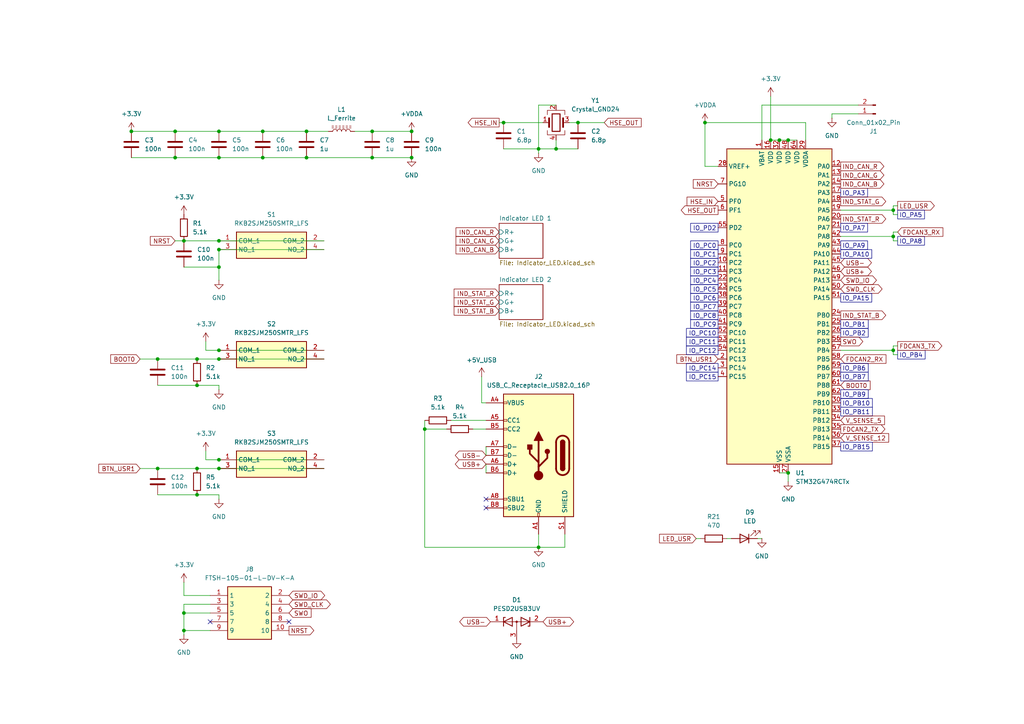
<source format=kicad_sch>
(kicad_sch (version 20250114) (generator "eeschema") (generator_version "9.0")
  (paper "A4")
  (lib_symbols
    (symbol "Connector:Conn_01x02_Pin" (pin_names (offset 1.016) (hide yes))
      (property "Reference" "J" (at 0 2.54 0))
      (property "Value" "Conn_01x02_Pin" (at 0 -5.08 0))
      (symbol "Conn_01x02_Pin_1_1"
        (rectangle (start 0.8636 0.127) (end 0 -0.127) (stroke (width 0.1524)) (fill (type outline)))
        (rectangle (start 0.8636 -2.413) (end 0 -2.667) (stroke (width 0.1524)) (fill (type outline)))
        (polyline (pts (xy 1.27 0) (xy 0.8636 0)) (stroke (width 0.1524)))
        (polyline (pts (xy 1.27 -2.54) (xy 0.8636 -2.54)) (stroke (width 0.1524)))
        (pin passive line (at 5.08 0 180) (length 3.81) (name "Pin_1") (number "1"))
        (pin passive line (at 5.08 -2.54 180) (length 3.81) (name "Pin_2") (number "2"))
      )
    )
    (symbol "Connector:USB_C_Receptacle_USB2.0_16P" (pin_names (offset 1.016))
      (property "Reference" "J" (at 0 22.225 0))
      (property "Value" "USB_C_Receptacle_USB2.0_16P" (at 0 19.685 0))
      (symbol "USB_C_Receptacle_USB2.0_16P_0_0"
        (rectangle (start -0.254 -17.78) (end 0.254 -16.764))
        (rectangle (start 10.16 15.494) (end 9.144 14.986))
        (rectangle (start 10.16 10.414) (end 9.144 9.906))
        (rectangle (start 10.16 7.874) (end 9.144 7.366))
        (rectangle (start 10.16 2.794) (end 9.144 2.286))
        (rectangle (start 10.16 0.254) (end 9.144 -0.254))
        (rectangle (start 10.16 -2.286) (end 9.144 -2.794))
        (rectangle (start 10.16 -4.826) (end 9.144 -5.334))
        (rectangle (start 10.16 -12.446) (end 9.144 -12.954))
        (rectangle (start 10.16 -14.986) (end 9.144 -15.494))
      )
      (symbol "USB_C_Receptacle_USB2.0_16P_0_1"
        (rectangle (start -10.16 17.78) (end 10.16 -17.78) (stroke (width 0.254)) (fill (type background)))
        (polyline (pts (xy -8.89 -3.81) (xy -8.89 3.81)) (stroke (width 0.508)))
        (rectangle (start -7.62 -3.81) (end -6.35 3.81) (stroke (width 0.254)) (fill (type outline)))
        (arc (start -7.62 3.81) (mid -6.985 4.4423) (end -6.35 3.81) (stroke (width 0.254)))
        (arc (start -7.62 3.81) (mid -6.985 4.4423) (end -6.35 3.81) (stroke (width 0.254)) (fill (type outline)))
        (arc (start -8.89 3.81) (mid -6.985 5.7067) (end -5.08 3.81) (stroke (width 0.508)))
        (arc (start -5.08 -3.81) (mid -6.985 -5.7067) (end -8.89 -3.81) (stroke (width 0.508)))
        (arc (start -6.35 -3.81) (mid -6.985 -4.4423) (end -7.62 -3.81) (stroke (width 0.254)))
        (arc (start -6.35 -3.81) (mid -6.985 -4.4423) (end -7.62 -3.81) (stroke (width 0.254)) (fill (type outline)))
        (polyline (pts (xy -5.08 3.81) (xy -5.08 -3.81)) (stroke (width 0.508)))
        (circle (center -2.54 1.143) (radius 0.635) (stroke (width 0.254)) (fill (type outline)))
        (polyline (pts (xy -1.27 4.318) (xy 0 6.858) (xy 1.27 4.318) (xy -1.27 4.318)) (stroke (width 0.254)) (fill (type outline)))
        (polyline (pts (xy 0 -2.032) (xy 2.54 0.508) (xy 2.54 1.778)) (stroke (width 0.508)))
        (polyline (pts (xy 0 -3.302) (xy -2.54 -0.762) (xy -2.54 0.508)) (stroke (width 0.508)))
        (polyline (pts (xy 0 -5.842) (xy 0 4.318)) (stroke (width 0.508)))
        (circle (center 0 -5.842) (radius 1.27) (fill (type outline)))
        (rectangle (start 1.905 1.778) (end 3.175 3.048) (stroke (width 0.254)) (fill (type outline)))
      )
      (symbol "USB_C_Receptacle_USB2.0_16P_1_1"
        (pin passive line (at -7.62 -22.86 90) (length 5.08) (name "SHIELD") (number "S1"))
        (pin passive line (at 0 -22.86 90) (length 5.08) (name "GND") (number "A1"))
        (pin passive line (at 0 -22.86 90) (length 5.08) (hide yes) (name "GND") (number "A12"))
        (pin passive line (at 0 -22.86 90) (length 5.08) (hide yes) (name "GND") (number "B1"))
        (pin passive line (at 0 -22.86 90) (length 5.08) (hide yes) (name "GND") (number "B12"))
        (pin passive line (at 15.24 15.24 180) (length 5.08) (name "VBUS") (number "A4"))
        (pin passive line (at 15.24 15.24 180) (length 5.08) (hide yes) (name "VBUS") (number "A9"))
        (pin passive line (at 15.24 15.24 180) (length 5.08) (hide yes) (name "VBUS") (number "B4"))
        (pin passive line (at 15.24 15.24 180) (length 5.08) (hide yes) (name "VBUS") (number "B9"))
        (pin bidirectional line (at 15.24 10.16 180) (length 5.08) (name "CC1") (number "A5"))
        (pin bidirectional line (at 15.24 7.62 180) (length 5.08) (name "CC2") (number "B5"))
        (pin bidirectional line (at 15.24 2.54 180) (length 5.08) (name "D-") (number "A7"))
        (pin bidirectional line (at 15.24 0 180) (length 5.08) (name "D-") (number "B7"))
        (pin bidirectional line (at 15.24 -2.54 180) (length 5.08) (name "D+") (number "A6"))
        (pin bidirectional line (at 15.24 -5.08 180) (length 5.08) (name "D+") (number "B6"))
        (pin bidirectional line (at 15.24 -12.7 180) (length 5.08) (name "SBU1") (number "A8"))
        (pin bidirectional line (at 15.24 -15.24 180) (length 5.08) (name "SBU2") (number "B8"))
      )
    )
    (symbol "Device:C" (pin_numbers (hide yes)) (pin_names (offset 0.254))
      (property "Reference" "C" (at 0.635 2.54 0))
      (property "Value" "C" (at 0.635 -2.54 0))
      (symbol "C_0_1"
        (polyline (pts (xy -2.032 0.762) (xy 2.032 0.762)) (stroke (width 0.508)))
        (polyline (pts (xy -2.032 -0.762) (xy 2.032 -0.762)) (stroke (width 0.508)))
      )
      (symbol "C_1_1"
        (pin passive line (at 0 3.81 270) (length 2.794) (name "~") (number "1"))
        (pin passive line (at 0 -3.81 90) (length 2.794) (name "~") (number "2"))
      )
    )
    (symbol "Device:Crystal_GND24" (pin_names (offset 1.016) (hide yes))
      (property "Reference" "Y" (at 3.175 5.08 0))
      (property "Value" "Crystal_GND24" (at 3.175 3.175 0))
      (symbol "Crystal_GND24_0_1"
        (polyline (pts (xy -2.54 2.286) (xy -2.54 3.556) (xy 2.54 3.556) (xy 2.54 2.286)))
        (polyline (pts (xy -2.54 0) (xy -2.032 0)))
        (polyline (pts (xy -2.54 -2.286) (xy -2.54 -3.556) (xy 2.54 -3.556) (xy 2.54 -2.286)))
        (polyline (pts (xy -2.032 -1.27) (xy -2.032 1.27)) (stroke (width 0.508)))
        (rectangle (start -1.143 2.54) (end 1.143 -2.54) (stroke (width 0.3048)))
        (polyline (pts (xy 0 3.556) (xy 0 3.81)))
        (polyline (pts (xy 0 -3.81) (xy 0 -3.556)))
        (polyline (pts (xy 2.032 0) (xy 2.54 0)))
        (polyline (pts (xy 2.032 -1.27) (xy 2.032 1.27)) (stroke (width 0.508)))
      )
      (symbol "Crystal_GND24_1_1"
        (pin passive line (at -3.81 0 0) (length 1.27) (name "1") (number "1"))
        (pin passive line (at 0 5.08 270) (length 1.27) (name "2") (number "2"))
        (pin passive line (at 0 -5.08 90) (length 1.27) (name "4") (number "4"))
        (pin passive line (at 3.81 0 180) (length 1.27) (name "3") (number "3"))
      )
    )
    (symbol "Device:D_Zener_Dual_CommonAnode_KKA" (pin_names (offset 0.762) (hide yes))
      (property "Reference" "D" (at 1.27 -2.54 0))
      (property "Value" "D_Zener_Dual_CommonAnode_KKA" (at 0 2.54 0))
      (symbol "D_Zener_Dual_CommonAnode_KKA_0_1"
        (polyline (pts (xy -3.81 -1.27) (xy -3.81 1.27) (xy -3.302 1.27)) (stroke (width 0.254)))
        (polyline (pts (xy -3.556 0) (xy 3.81 0)))
        (polyline (pts (xy -1.27 -1.27) (xy -3.81 0) (xy -1.27 1.27) (xy -1.27 -1.27) (xy -1.27 -1.27) (xy -1.27 -1.27)) (stroke (width 0.254)))
        (polyline (pts (xy 0 0) (xy 0 -2.54)))
        (circle (center 0 0) (radius 0.254) (fill (type outline)))
        (polyline (pts (xy 1.27 1.27) (xy 3.81 0) (xy 1.27 -1.27) (xy 1.27 1.27) (xy 1.27 1.27) (xy 1.27 1.27)) (stroke (width 0.254)))
        (polyline (pts (xy 3.302 -1.27) (xy 3.81 -1.27) (xy 3.81 1.27)) (stroke (width 0.254)))
        (pin passive line (at -7.62 0 0) (length 3.81) (name "K") (number "1"))
        (pin passive line (at 0 -5.08 90) (length 2.54) (name "A") (number "3"))
        (pin passive line (at 7.62 0 180) (length 3.81) (name "K") (number "2"))
      )
    )
    (symbol "Device:LED" (pin_numbers (hide yes)) (pin_names (offset 1.016) (hide yes))
      (property "Reference" "D" (at 0 2.54 0))
      (property "Value" "LED" (at 0 -2.54 0))
      (symbol "LED_0_1"
        (polyline (pts (xy -3.048 -0.762) (xy -4.572 -2.286) (xy -3.81 -2.286) (xy -4.572 -2.286) (xy -4.572 -1.524)))
        (polyline (pts (xy -1.778 -0.762) (xy -3.302 -2.286) (xy -2.54 -2.286) (xy -3.302 -2.286) (xy -3.302 -1.524)))
        (polyline (pts (xy -1.27 0) (xy 1.27 0)))
        (polyline (pts (xy -1.27 -1.27) (xy -1.27 1.27)) (stroke (width 0.254)))
        (polyline (pts (xy 1.27 -1.27) (xy 1.27 1.27) (xy -1.27 0) (xy 1.27 -1.27)) (stroke (width 0.254)))
      )
      (symbol "LED_1_1"
        (pin passive line (at -3.81 0 0) (length 2.54) (name "K") (number "1"))
        (pin passive line (at 3.81 0 180) (length 2.54) (name "A") (number "2"))
      )
    )
    (symbol "Device:L_Ferrite" (pin_numbers (hide yes)) (pin_names (offset 1.016) (hide yes))
      (property "Reference" "L" (at -1.27 0 90))
      (property "Value" "L_Ferrite" (at 2.794 0 90))
      (symbol "L_Ferrite_0_1"
        (arc (start 0 2.54) (mid 0.6323 1.905) (end 0 1.27))
        (arc (start 0 1.27) (mid 0.6323 0.635) (end 0 0))
        (arc (start 0 0) (mid 0.6323 -0.635) (end 0 -1.27))
        (arc (start 0 -1.27) (mid 0.6323 -1.905) (end 0 -2.54))
        (polyline (pts (xy 1.016 2.286) (xy 1.016 2.794)))
        (polyline (pts (xy 1.016 1.27) (xy 1.016 1.778)))
        (polyline (pts (xy 1.016 0.254) (xy 1.016 0.762)))
        (polyline (pts (xy 1.016 -0.762) (xy 1.016 -0.254)))
        (polyline (pts (xy 1.016 -1.778) (xy 1.016 -1.27)))
        (polyline (pts (xy 1.016 -2.794) (xy 1.016 -2.286)))
        (polyline (pts (xy 1.524 2.794) (xy 1.524 2.286)))
        (polyline (pts (xy 1.524 1.778) (xy 1.524 1.27)))
        (polyline (pts (xy 1.524 0.762) (xy 1.524 0.254)))
        (polyline (pts (xy 1.524 -0.254) (xy 1.524 -0.762)))
        (polyline (pts (xy 1.524 -1.27) (xy 1.524 -1.778)))
        (polyline (pts (xy 1.524 -2.286) (xy 1.524 -2.794)))
      )
      (symbol "L_Ferrite_1_1"
        (pin passive line (at 0 3.81 270) (length 1.27) (name "1") (number "1"))
        (pin passive line (at 0 -3.81 90) (length 1.27) (name "2") (number "2"))
      )
    )
    (symbol "Device:R" (pin_numbers (hide yes)) (pin_names (offset 0))
      (property "Reference" "R" (at 2.032 0 90))
      (property "Value" "R" (at 0 0 90))
      (symbol "R_0_1"
        (rectangle (start -1.016 -2.54) (end 1.016 2.54) (stroke (width 0.254)))
      )
      (symbol "R_1_1"
        (pin passive line (at 0 3.81 270) (length 1.27) (name "~") (number "1"))
        (pin passive line (at 0 -3.81 90) (length 1.27) (name "~") (number "2"))
      )
    )
    (symbol "MCU_ST_STM32G4:STM32G474RCTx"
      (property "Reference" "U" (at -15.24 46.99 0))
      (property "Value" "STM32G474RCTx" (at 10.16 46.99 0))
      (symbol "STM32G474RCTx_0_1"
        (rectangle (start -15.24 -45.72) (end 15.24 45.72) (stroke (width 0.254)) (fill (type background)))
      )
      (symbol "STM32G474RCTx_1_1"
        (pin input line (at -17.78 40.64 0) (length 2.54) (name "VREF+") (number "28"))
        (pin bidirectional line (at -17.78 35.56 0) (length 2.54) (name "PG10") (number "7"))
        (pin bidirectional line (at -17.78 30.48 0) (length 2.54) (name "PF0") (number "5"))
        (pin bidirectional line (at -17.78 27.94 0) (length 2.54) (name "PF1") (number "6"))
        (pin bidirectional line (at -17.78 22.86 0) (length 2.54) (name "PD2") (number "55"))
        (pin bidirectional line (at -17.78 17.78 0) (length 2.54) (name "PC0") (number "8"))
        (pin bidirectional line (at -17.78 15.24 0) (length 2.54) (name "PC1") (number "9"))
        (pin bidirectional line (at -17.78 12.7 0) (length 2.54) (name "PC2") (number "10"))
        (pin bidirectional line (at -17.78 10.16 0) (length 2.54) (name "PC3") (number "11"))
        (pin bidirectional line (at -17.78 7.62 0) (length 2.54) (name "PC4") (number "22"))
        (pin bidirectional line (at -17.78 5.08 0) (length 2.54) (name "PC5") (number "23"))
        (pin bidirectional line (at -17.78 2.54 0) (length 2.54) (name "PC6") (number "38"))
        (pin bidirectional line (at -17.78 0 0) (length 2.54) (name "PC7") (number "39"))
        (pin bidirectional line (at -17.78 -2.54 0) (length 2.54) (name "PC8") (number "40"))
        (pin bidirectional line (at -17.78 -5.08 0) (length 2.54) (name "PC9") (number "41"))
        (pin bidirectional line (at -17.78 -7.62 0) (length 2.54) (name "PC10") (number "52"))
        (pin bidirectional line (at -17.78 -10.16 0) (length 2.54) (name "PC11") (number "53"))
        (pin bidirectional line (at -17.78 -12.7 0) (length 2.54) (name "PC12") (number "54"))
        (pin bidirectional line (at -17.78 -15.24 0) (length 2.54) (name "PC13") (number "2"))
        (pin bidirectional line (at -17.78 -17.78 0) (length 2.54) (name "PC14") (number "3"))
        (pin bidirectional line (at -17.78 -20.32 0) (length 2.54) (name "PC15") (number "4"))
        (pin power_in line (at -5.08 48.26 270) (length 2.54) (name "VBAT") (number "1"))
        (pin power_in line (at -2.54 48.26 270) (length 2.54) (name "VDD") (number "16"))
        (pin power_in line (at 0 48.26 270) (length 2.54) (name "VDD") (number "32"))
        (pin power_in line (at 0 -48.26 90) (length 2.54) (name "VSS") (number "15"))
        (pin passive line (at 0 -48.26 90) (length 2.54) (hide yes) (name "VSS") (number "31"))
        (pin passive line (at 0 -48.26 90) (length 2.54) (hide yes) (name "VSS") (number "47"))
        (pin passive line (at 0 -48.26 90) (length 2.54) (hide yes) (name "VSS") (number "63"))
        (pin power_in line (at 2.54 48.26 270) (length 2.54) (name "VDD") (number "48"))
        (pin power_in line (at 2.54 -48.26 90) (length 2.54) (name "VSSA") (number "27"))
        (pin power_in line (at 5.08 48.26 270) (length 2.54) (name "VDD") (number "64"))
        (pin power_in line (at 7.62 48.26 270) (length 2.54) (name "VDDA") (number "29"))
        (pin bidirectional line (at 17.78 40.64 180) (length 2.54) (name "PA0") (number "12"))
        (pin bidirectional line (at 17.78 38.1 180) (length 2.54) (name "PA1") (number "13"))
        (pin bidirectional line (at 17.78 35.56 180) (length 2.54) (name "PA2") (number "14"))
        (pin bidirectional line (at 17.78 33.02 180) (length 2.54) (name "PA3") (number "17"))
        (pin bidirectional line (at 17.78 30.48 180) (length 2.54) (name "PA4") (number "18"))
        (pin bidirectional line (at 17.78 27.94 180) (length 2.54) (name "PA5") (number "19"))
        (pin bidirectional line (at 17.78 25.4 180) (length 2.54) (name "PA6") (number "20"))
        (pin bidirectional line (at 17.78 22.86 180) (length 2.54) (name "PA7") (number "21"))
        (pin bidirectional line (at 17.78 20.32 180) (length 2.54) (name "PA8") (number "42"))
        (pin bidirectional line (at 17.78 17.78 180) (length 2.54) (name "PA9") (number "43"))
        (pin bidirectional line (at 17.78 15.24 180) (length 2.54) (name "PA10") (number "44"))
        (pin bidirectional line (at 17.78 12.7 180) (length 2.54) (name "PA11") (number "45"))
        (pin bidirectional line (at 17.78 10.16 180) (length 2.54) (name "PA12") (number "46"))
        (pin bidirectional line (at 17.78 7.62 180) (length 2.54) (name "PA13") (number "49"))
        (pin bidirectional line (at 17.78 5.08 180) (length 2.54) (name "PA14") (number "50"))
        (pin bidirectional line (at 17.78 2.54 180) (length 2.54) (name "PA15") (number "51"))
        (pin bidirectional line (at 17.78 -2.54 180) (length 2.54) (name "PB0") (number "24"))
        (pin bidirectional line (at 17.78 -5.08 180) (length 2.54) (name "PB1") (number "25"))
        (pin bidirectional line (at 17.78 -7.62 180) (length 2.54) (name "PB2") (number "26"))
        (pin bidirectional line (at 17.78 -10.16 180) (length 2.54) (name "PB3") (number "56"))
        (pin bidirectional line (at 17.78 -12.7 180) (length 2.54) (name "PB4") (number "57"))
        (pin bidirectional line (at 17.78 -15.24 180) (length 2.54) (name "PB5") (number "58"))
        (pin bidirectional line (at 17.78 -17.78 180) (length 2.54) (name "PB6") (number "59"))
        (pin bidirectional line (at 17.78 -20.32 180) (length 2.54) (name "PB7") (number "60"))
        (pin bidirectional line (at 17.78 -22.86 180) (length 2.54) (name "PB8") (number "61"))
        (pin bidirectional line (at 17.78 -25.4 180) (length 2.54) (name "PB9") (number "62"))
        (pin bidirectional line (at 17.78 -27.94 180) (length 2.54) (name "PB10") (number "30"))
        (pin bidirectional line (at 17.78 -30.48 180) (length 2.54) (name "PB11") (number "33"))
        (pin bidirectional line (at 17.78 -33.02 180) (length 2.54) (name "PB12") (number "34"))
        (pin bidirectional line (at 17.78 -35.56 180) (length 2.54) (name "PB13") (number "35"))
        (pin bidirectional line (at 17.78 -38.1 180) (length 2.54) (name "PB14") (number "36"))
        (pin bidirectional line (at 17.78 -40.64 180) (length 2.54) (name "PB15") (number "37"))
      )
    )
    (symbol "SamacSys_Parts:FTSH-105-01-L-DV-K-A"
      (property "Reference" "J" (at 19.05 7.62 0))
      (property "Value" "FTSH-105-01-L-DV-K-A" (at 19.05 5.08 0))
      (symbol "FTSH-105-01-L-DV-K-A_1_1"
        (rectangle (start 5.08 2.54) (end 17.78 -12.7) (stroke (width 0.254)) (fill (type background)))
        (pin passive line (at 0 0 0) (length 5.08) (name "1") (number "1"))
        (pin passive line (at 0 -2.54 0) (length 5.08) (name "3") (number "3"))
        (pin passive line (at 0 -5.08 0) (length 5.08) (name "5") (number "5"))
        (pin passive line (at 0 -7.62 0) (length 5.08) (name "7") (number "7"))
        (pin passive line (at 0 -10.16 0) (length 5.08) (name "9") (number "9"))
        (pin passive line (at 22.86 0 180) (length 5.08) (name "2") (number "2"))
        (pin passive line (at 22.86 -2.54 180) (length 5.08) (name "4") (number "4"))
        (pin passive line (at 22.86 -5.08 180) (length 5.08) (name "6") (number "6"))
        (pin passive line (at 22.86 -7.62 180) (length 5.08) (name "8") (number "8"))
        (pin passive line (at 22.86 -10.16 180) (length 5.08) (name "10") (number "10"))
      )
    )
    (symbol "SamacSys_Parts:RKB2SJM250SMTR_LFS"
      (property "Reference" "S" (at 26.67 7.62 0))
      (property "Value" "RKB2SJM250SMTR_LFS" (at 26.67 5.08 0))
      (symbol "RKB2SJM250SMTR_LFS_1_1"
        (rectangle (start 5.08 2.54) (end 25.4 -5.08) (stroke (width 0.254)) (fill (type background)))
        (pin passive line (at 0 0 0) (length 5.08) (name "COM_1") (number "1"))
        (pin passive line (at 0 -2.54 0) (length 5.08) (name "NO_1") (number "3"))
        (pin passive line (at 30.48 0 180) (length 5.08) (name "COM_2") (number "2"))
        (pin passive line (at 30.48 -2.54 180) (length 5.08) (name "NO_2") (number "4"))
      )
    )
    (symbol "power:+3.3V" (power) (pin_numbers (hide yes)) (pin_names (offset 0) (hide yes))
      (property "Value" "+3.3V" (at 0 3.556 0))
      (symbol "+3.3V_0_1"
        (polyline (pts (xy -0.762 1.27) (xy 0 2.54)))
        (polyline (pts (xy 0 2.54) (xy 0.762 1.27)))
        (polyline (pts (xy 0 0) (xy 0 2.54)))
      )
      (symbol "+3.3V_1_1"
        (pin power_in line (at 0 0 90) (length 0) (name "~") (number "1"))
      )
    )
    (symbol "power:GND" (power) (pin_numbers (hide yes)) (pin_names (offset 0) (hide yes))
      (property "Value" "GND" (at 0 -3.81 0))
      (symbol "GND_0_1"
        (polyline (pts (xy 0 0) (xy 0 -1.27) (xy 1.27 -1.27) (xy 0 -2.54) (xy -1.27 -1.27) (xy 0 -1.27)))
      )
      (symbol "GND_1_1"
        (pin power_in line (at 0 0 270) (length 0) (name "~") (number "1"))
      )
    )
    (symbol "power:VBUS" (power) (pin_numbers (hide yes)) (pin_names (offset 0) (hide yes))
      (property "Value" "VBUS" (at 0 3.556 0))
      (symbol "VBUS_0_1"
        (polyline (pts (xy -0.762 1.27) (xy 0 2.54)))
        (polyline (pts (xy 0 2.54) (xy 0.762 1.27)))
        (polyline (pts (xy 0 0) (xy 0 2.54)))
      )
      (symbol "VBUS_1_1"
        (pin power_in line (at 0 0 90) (length 0) (name "~") (number "1"))
      )
    )
  )
  (junction (at 226.06 40.64))
  (junction (at 45.72 135.89))
  (junction (at 57.15 135.89))
  (junction (at 107.95 45.72))
  (junction (at 63.5 135.89))
  (junction (at 63.5 133.35))
  (junction (at 63.5 104.14))
  (junction (at 204.47 35.56))
  (junction (at 119.38 38.1))
  (junction (at 63.5 38.1))
  (junction (at 161.29 43.18))
  (junction (at 146.05 35.56))
  (junction (at 53.34 182.88))
  (junction (at 156.21 43.18))
  (junction (at 156.21 158.75))
  (junction (at 57.15 111.76))
  (junction (at 259.08 68.58))
  (junction (at 53.34 69.85))
  (junction (at 45.72 104.14))
  (junction (at 259.08 101.6))
  (junction (at 63.5 72.39))
  (junction (at 57.15 104.14))
  (junction (at 63.5 101.6))
  (junction (at 63.5 69.85))
  (junction (at 228.6 137.16))
  (junction (at 63.5 45.72))
  (junction (at 259.08 60.96))
  (junction (at 119.38 45.72))
  (junction (at 57.15 143.51))
  (junction (at 88.9 45.72))
  (junction (at 53.34 177.8))
  (junction (at 107.95 38.1))
  (junction (at 63.5 77.47))
  (junction (at 123.19 124.46))
  (junction (at 88.9 38.1))
  (junction (at 167.64 35.56))
  (junction (at 76.2 45.72))
  (junction (at 76.2 38.1))
  (junction (at 228.6 40.64))
  (junction (at 50.8 45.72))
  (junction (at 38.1 38.1))
  (junction (at 50.8 38.1))
  (junction (at 223.52 40.64))
  (no_connect (at 140.97 147.32))
  (no_connect (at 140.97 144.78))
  (no_connect (at 60.96 180.34))
  (no_connect (at 83.82 180.34))
  (wire (pts (xy 45.72 111.76) (xy 57.15 111.76)))
  (wire (pts (xy 140.97 134.62) (xy 140.97 137.16)))
  (wire (pts (xy 226.06 137.16) (xy 228.6 137.16)))
  (wire (pts (xy 88.9 45.72) (xy 107.95 45.72)))
  (wire (pts (xy 63.5 72.39) (xy 93.98 72.39)))
  (wire (pts (xy 233.68 40.64) (xy 233.68 35.56)))
  (wire (pts (xy 53.34 175.26) (xy 53.34 177.8)))
  (wire (pts (xy 259.08 101.6) (xy 243.84 101.6)))
  (wire (pts (xy 259.08 100.33) (xy 259.08 101.6)))
  (wire (pts (xy 123.19 124.46) (xy 129.54 124.46)))
  (wire (pts (xy 59.69 101.6) (xy 63.5 101.6)))
  (wire (pts (xy 260.35 100.33) (xy 259.08 100.33)))
  (wire (pts (xy 38.1 45.72) (xy 50.8 45.72)))
  (wire (pts (xy 139.7 116.84) (xy 140.97 116.84)))
  (wire (pts (xy 130.81 121.92) (xy 140.97 121.92)))
  (wire (pts (xy 260.35 67.31) (xy 259.08 67.31)))
  (wire (pts (xy 53.34 77.47) (xy 63.5 77.47)))
  (wire (pts (xy 60.96 177.8) (xy 53.34 177.8)))
  (wire (pts (xy 60.96 175.26) (xy 53.34 175.26)))
  (wire (pts (xy 53.34 182.88) (xy 53.34 184.15)))
  (wire (pts (xy 63.5 133.35) (xy 93.98 133.35)))
  (wire (pts (xy 107.95 38.1) (xy 119.38 38.1)))
  (wire (pts (xy 260.35 62.23) (xy 259.08 62.23)))
  (wire (pts (xy 63.5 38.1) (xy 76.2 38.1)))
  (wire (pts (xy 38.1 38.1) (xy 50.8 38.1)))
  (wire (pts (xy 259.08 102.87) (xy 259.08 101.6)))
  (wire (pts (xy 226.06 40.64) (xy 223.52 40.64)))
  (wire (pts (xy 40.64 135.89) (xy 45.72 135.89)))
  (wire (pts (xy 63.5 104.14) (xy 93.98 104.14)))
  (wire (pts (xy 60.96 182.88) (xy 53.34 182.88)))
  (wire (pts (xy 63.5 77.47) (xy 63.5 72.39)))
  (wire (pts (xy 228.6 40.64) (xy 226.06 40.64)))
  (wire (pts (xy 45.72 104.14) (xy 57.15 104.14)))
  (wire (pts (xy 139.7 109.22) (xy 139.7 116.84)))
  (wire (pts (xy 260.35 69.85) (xy 259.08 69.85)))
  (wire (pts (xy 167.64 35.56) (xy 165.1 35.56)))
  (wire (pts (xy 259.08 68.58) (xy 243.84 68.58)))
  (wire (pts (xy 260.35 102.87) (xy 259.08 102.87)))
  (wire (pts (xy 204.47 48.26) (xy 208.28 48.26)))
  (wire (pts (xy 146.05 43.18) (xy 156.21 43.18)))
  (wire (pts (xy 220.98 30.48) (xy 220.98 40.64)))
  (wire (pts (xy 50.8 45.72) (xy 63.5 45.72)))
  (wire (pts (xy 161.29 30.48) (xy 156.21 30.48)))
  (wire (pts (xy 40.64 104.14) (xy 45.72 104.14)))
  (wire (pts (xy 57.15 111.76) (xy 63.5 111.76)))
  (wire (pts (xy 53.34 177.8) (xy 53.34 182.88)))
  (wire (pts (xy 50.8 69.85) (xy 53.34 69.85)))
  (wire (pts (xy 63.5 69.85) (xy 93.98 69.85)))
  (wire (pts (xy 175.26 35.56) (xy 167.64 35.56)))
  (wire (pts (xy 88.9 38.1) (xy 95.25 38.1)))
  (wire (pts (xy 63.5 81.28) (xy 63.5 77.47)))
  (wire (pts (xy 63.5 101.6) (xy 93.98 101.6)))
  (wire (pts (xy 219.71 156.21) (xy 220.98 156.21)))
  (wire (pts (xy 228.6 139.7) (xy 228.6 137.16)))
  (wire (pts (xy 123.19 158.75) (xy 156.21 158.75)))
  (wire (pts (xy 63.5 144.78) (xy 63.5 143.51)))
  (wire (pts (xy 201.93 156.21) (xy 203.2 156.21)))
  (wire (pts (xy 156.21 44.45) (xy 156.21 43.18)))
  (wire (pts (xy 212.09 156.21) (xy 210.82 156.21)))
  (wire (pts (xy 107.95 45.72) (xy 119.38 45.72)))
  (wire (pts (xy 156.21 43.18) (xy 161.29 43.18)))
  (wire (pts (xy 63.5 113.03) (xy 63.5 111.76)))
  (wire (pts (xy 259.08 60.96) (xy 243.84 60.96)))
  (wire (pts (xy 167.64 43.18) (xy 161.29 43.18)))
  (wire (pts (xy 45.72 135.89) (xy 57.15 135.89)))
  (wire (pts (xy 45.72 143.51) (xy 57.15 143.51)))
  (wire (pts (xy 156.21 158.75) (xy 163.83 158.75)))
  (wire (pts (xy 53.34 69.85) (xy 63.5 69.85)))
  (wire (pts (xy 53.34 172.72) (xy 60.96 172.72)))
  (wire (pts (xy 259.08 69.85) (xy 259.08 68.58)))
  (wire (pts (xy 123.19 121.92) (xy 123.19 124.46)))
  (wire (pts (xy 63.5 45.72) (xy 76.2 45.72)))
  (wire (pts (xy 59.69 101.6) (xy 59.69 99.06)))
  (wire (pts (xy 53.34 168.91) (xy 53.34 172.72)))
  (wire (pts (xy 76.2 45.72) (xy 88.9 45.72)))
  (wire (pts (xy 102.87 38.1) (xy 107.95 38.1)))
  (wire (pts (xy 241.3 33.02) (xy 241.3 34.29)))
  (wire (pts (xy 76.2 38.1) (xy 88.9 38.1)))
  (wire (pts (xy 57.15 135.89) (xy 63.5 135.89)))
  (wire (pts (xy 137.16 124.46) (xy 140.97 124.46)))
  (wire (pts (xy 156.21 30.48) (xy 156.21 43.18)))
  (wire (pts (xy 63.5 135.89) (xy 93.98 135.89)))
  (wire (pts (xy 57.15 143.51) (xy 63.5 143.51)))
  (wire (pts (xy 140.97 129.54) (xy 140.97 132.08)))
  (wire (pts (xy 231.14 40.64) (xy 228.6 40.64)))
  (wire (pts (xy 50.8 38.1) (xy 63.5 38.1)))
  (wire (pts (xy 223.52 40.64) (xy 223.52 27.94)))
  (wire (pts (xy 161.29 43.18) (xy 161.29 40.64)))
  (wire (pts (xy 144.78 35.56) (xy 146.05 35.56)))
  (wire (pts (xy 123.19 124.46) (xy 123.19 158.75)))
  (wire (pts (xy 146.05 35.56) (xy 157.48 35.56)))
  (wire (pts (xy 59.69 133.35) (xy 59.69 130.81)))
  (wire (pts (xy 259.08 67.31) (xy 259.08 68.58)))
  (wire (pts (xy 204.47 35.56) (xy 204.47 48.26)))
  (wire (pts (xy 248.92 30.48) (xy 220.98 30.48)))
  (wire (pts (xy 248.92 33.02) (xy 241.3 33.02)))
  (wire (pts (xy 156.21 158.75) (xy 156.21 154.94)))
  (wire (pts (xy 57.15 104.14) (xy 63.5 104.14)))
  (wire (pts (xy 260.35 59.69) (xy 259.08 59.69)))
  (wire (pts (xy 233.68 35.56) (xy 204.47 35.56)))
  (wire (pts (xy 163.83 154.94) (xy 163.83 158.75)))
  (wire (pts (xy 259.08 60.96) (xy 259.08 62.23)))
  (wire (pts (xy 59.69 133.35) (xy 63.5 133.35)))
  (wire (pts (xy 259.08 59.69) (xy 259.08 60.96)))
  (global_label "IO_PD2" (shape passive) (at 208.28 66.04 180) (property "Intersheetrefs" "${INTERSHEET_REFS}" (effects (hide yes))))
  (global_label "IO_PA5" (shape passive) (at 260.35 62.23 0) (property "Intersheetrefs" "${INTERSHEET_REFS}" (effects (hide yes))))
  (global_label "SWO" (shape output) (at 243.84 99.06 0) (property "Intersheetrefs" "${INTERSHEET_REFS}" (effects (hide yes))))
  (global_label "IO_PC11" (shape passive) (at 208.28 99.06 180) (property "Intersheetrefs" "${INTERSHEET_REFS}" (effects (hide yes))))
  (global_label "BOOT0" (shape input) (at 243.84 111.76 0) (property "Intersheetrefs" "${INTERSHEET_REFS}" (effects (hide yes))))
  (global_label "FDCAN2_TX" (shape output) (at 243.84 124.46 0) (property "Intersheetrefs" "${INTERSHEET_REFS}" (effects (hide yes))))
  (global_label "LED_USR" (shape output) (at 260.35 59.69 0) (property "Intersheetrefs" "${INTERSHEET_REFS}" (effects (hide yes))))
  (global_label "IND_CAN_G" (shape input) (at 144.78 69.85 180) (property "Intersheetrefs" "${INTERSHEET_REFS}" (effects (hide yes))))
  (global_label "IND_STAT_G" (shape output) (at 243.84 58.42 0) (property "Intersheetrefs" "${INTERSHEET_REFS}" (effects (hide yes))))
  (global_label "NRST" (shape input) (at 50.8 69.85 180) (property "Intersheetrefs" "${INTERSHEET_REFS}" (effects (hide yes))))
  (global_label "FDCAN3_TX" (shape output) (at 260.35 100.33 0) (property "Intersheetrefs" "${INTERSHEET_REFS}" (effects (hide yes))))
  (global_label "IO_PA9" (shape passive) (at 243.84 71.12 0) (property "Intersheetrefs" "${INTERSHEET_REFS}" (effects (hide yes))))
  (global_label "IO_PC4" (shape passive) (at 208.28 81.28 180) (property "Intersheetrefs" "${INTERSHEET_REFS}" (effects (hide yes))))
  (global_label "IO_PC5" (shape passive) (at 208.28 83.82 180) (property "Intersheetrefs" "${INTERSHEET_REFS}" (effects (hide yes))))
  (global_label "IND_CAN_B" (shape output) (at 243.84 53.34 0) (property "Intersheetrefs" "${INTERSHEET_REFS}" (effects (hide yes))))
  (global_label "USB-" (shape bidirectional) (at 140.97 132.08 180) (property "Intersheetrefs" "${INTERSHEET_REFS}" (effects (hide yes))))
  (global_label "SWO" (shape input) (at 83.82 177.8 0) (property "Intersheetrefs" "${INTERSHEET_REFS}" (effects (hide yes))))
  (global_label "IO_PC3" (shape passive) (at 208.28 78.74 180) (property "Intersheetrefs" "${INTERSHEET_REFS}" (effects (hide yes))))
  (global_label "NRST" (shape output) (at 83.82 182.88 0) (property "Intersheetrefs" "${INTERSHEET_REFS}" (effects (hide yes))))
  (global_label "IO_PC10" (shape passive) (at 208.28 96.52 180) (property "Intersheetrefs" "${INTERSHEET_REFS}" (effects (hide yes))))
  (global_label "IND_CAN_R" (shape output) (at 243.84 48.26 0) (property "Intersheetrefs" "${INTERSHEET_REFS}" (effects (hide yes))))
  (global_label "NRST" (shape input) (at 208.28 53.34 180) (property "Intersheetrefs" "${INTERSHEET_REFS}" (effects (hide yes))))
  (global_label "HSE_OUT" (shape output) (at 208.28 60.96 180) (property "Intersheetrefs" "${INTERSHEET_REFS}" (effects (hide yes))))
  (global_label "IND_CAN_R" (shape input) (at 144.78 67.31 180) (property "Intersheetrefs" "${INTERSHEET_REFS}" (effects (hide yes))))
  (global_label "SWD_CLK" (shape bidirectional) (at 83.82 175.26 0) (property "Intersheetrefs" "${INTERSHEET_REFS}" (effects (hide yes))))
  (global_label "IO_PC15" (shape passive) (at 208.28 109.22 180) (property "Intersheetrefs" "${INTERSHEET_REFS}" (effects (hide yes))))
  (global_label "IO_PC12" (shape passive) (at 208.28 101.6 180) (property "Intersheetrefs" "${INTERSHEET_REFS}" (effects (hide yes))))
  (global_label "SWD_IO" (shape bidirectional) (at 83.82 172.72 0) (property "Intersheetrefs" "${INTERSHEET_REFS}" (effects (hide yes))))
  (global_label "USB+" (shape bidirectional) (at 157.48 180.34 0) (property "Intersheetrefs" "${INTERSHEET_REFS}" (effects (hide yes))))
  (global_label "BTN_USR1" (shape input) (at 40.64 135.89 180) (property "Intersheetrefs" "${INTERSHEET_REFS}" (effects (hide yes))))
  (global_label "IO_PB10" (shape passive) (at 243.84 116.84 0) (property "Intersheetrefs" "${INTERSHEET_REFS}" (effects (hide yes))))
  (global_label "IND_STAT_R" (shape input) (at 144.78 85.09 180) (property "Intersheetrefs" "${INTERSHEET_REFS}" (effects (hide yes))))
  (global_label "FDCAN2_RX" (shape input) (at 243.84 104.14 0) (property "Intersheetrefs" "${INTERSHEET_REFS}" (effects (hide yes))))
  (global_label "IO_PA15" (shape passive) (at 243.84 86.36 0) (property "Intersheetrefs" "${INTERSHEET_REFS}" (effects (hide yes))))
  (global_label "IO_PA3" (shape passive) (at 243.84 55.88 0) (property "Intersheetrefs" "${INTERSHEET_REFS}" (effects (hide yes))))
  (global_label "LED_USR" (shape input) (at 201.93 156.21 180) (property "Intersheetrefs" "${INTERSHEET_REFS}" (effects (hide yes))))
  (global_label "IO_PC6" (shape passive) (at 208.28 86.36 180) (property "Intersheetrefs" "${INTERSHEET_REFS}" (effects (hide yes))))
  (global_label "BOOT0" (shape input) (at 40.64 104.14 180) (property "Intersheetrefs" "${INTERSHEET_REFS}" (effects (hide yes))))
  (global_label "FDCAN3_RX" (shape input) (at 260.35 67.31 0) (property "Intersheetrefs" "${INTERSHEET_REFS}" (effects (hide yes))))
  (global_label "IND_CAN_B" (shape input) (at 144.78 72.39 180) (property "Intersheetrefs" "${INTERSHEET_REFS}" (effects (hide yes))))
  (global_label "HSE_IN" (shape input) (at 208.28 58.42 180) (property "Intersheetrefs" "${INTERSHEET_REFS}" (effects (hide yes))))
  (global_label "IO_PB1" (shape passive) (at 243.84 93.98 0) (property "Intersheetrefs" "${INTERSHEET_REFS}" (effects (hide yes))))
  (global_label "IO_PB15" (shape passive) (at 243.84 129.54 0) (property "Intersheetrefs" "${INTERSHEET_REFS}" (effects (hide yes))))
  (global_label "IND_STAT_B" (shape input) (at 144.78 90.17 180) (property "Intersheetrefs" "${INTERSHEET_REFS}" (effects (hide yes))))
  (global_label "USB-" (shape bidirectional) (at 243.84 76.2 0) (property "Intersheetrefs" "${INTERSHEET_REFS}" (effects (hide yes))))
  (global_label "IO_PA8" (shape passive) (at 260.35 69.85 0) (property "Intersheetrefs" "${INTERSHEET_REFS}" (effects (hide yes))))
  (global_label "USB+" (shape bidirectional) (at 243.84 78.74 0) (property "Intersheetrefs" "${INTERSHEET_REFS}" (effects (hide yes))))
  (global_label "IO_PA7" (shape passive) (at 243.84 66.04 0) (property "Intersheetrefs" "${INTERSHEET_REFS}" (effects (hide yes))))
  (global_label "IO_PC8" (shape passive) (at 208.28 91.44 180) (property "Intersheetrefs" "${INTERSHEET_REFS}" (effects (hide yes))))
  (global_label "IO_PC9" (shape passive) (at 208.28 93.98 180) (property "Intersheetrefs" "${INTERSHEET_REFS}" (effects (hide yes))))
  (global_label "IO_PC14" (shape passive) (at 208.28 106.68 180) (property "Intersheetrefs" "${INTERSHEET_REFS}" (effects (hide yes))))
  (global_label "IO_PC1" (shape passive) (at 208.28 73.66 180) (property "Intersheetrefs" "${INTERSHEET_REFS}" (effects (hide yes))))
  (global_label "IO_PB2" (shape passive) (at 243.84 96.52 0) (property "Intersheetrefs" "${INTERSHEET_REFS}" (effects (hide yes))))
  (global_label "SWD_IO" (shape bidirectional) (at 243.84 81.28 0) (property "Intersheetrefs" "${INTERSHEET_REFS}" (effects (hide yes))))
  (global_label "IO_PB4" (shape passive) (at 260.35 102.87 0) (property "Intersheetrefs" "${INTERSHEET_REFS}" (effects (hide yes))))
  (global_label "HSE_OUT" (shape input) (at 175.26 35.56 0) (property "Intersheetrefs" "${INTERSHEET_REFS}" (effects (hide yes))))
  (global_label "IND_STAT_R" (shape output) (at 243.84 63.5 0) (property "Intersheetrefs" "${INTERSHEET_REFS}" (effects (hide yes))))
  (global_label "BTN_USR1" (shape input) (at 208.28 104.14 180) (property "Intersheetrefs" "${INTERSHEET_REFS}" (effects (hide yes))))
  (global_label "USB+" (shape bidirectional) (at 140.97 134.62 180) (property "Intersheetrefs" "${INTERSHEET_REFS}" (effects (hide yes))))
  (global_label "IO_PC2" (shape passive) (at 208.28 76.2 180) (property "Intersheetrefs" "${INTERSHEET_REFS}" (effects (hide yes))))
  (global_label "IO_PB11" (shape passive) (at 243.84 119.38 0) (property "Intersheetrefs" "${INTERSHEET_REFS}" (effects (hide yes))))
  (global_label "HSE_IN" (shape output) (at 144.78 35.56 180) (property "Intersheetrefs" "${INTERSHEET_REFS}" (effects (hide yes))))
  (global_label "IO_PB6" (shape passive) (at 243.84 106.68 0) (property "Intersheetrefs" "${INTERSHEET_REFS}" (effects (hide yes))))
  (global_label "IND_STAT_B" (shape output) (at 243.84 91.44 0) (property "Intersheetrefs" "${INTERSHEET_REFS}" (effects (hide yes))))
  (global_label "IO_PB7" (shape passive) (at 243.84 109.22 0) (property "Intersheetrefs" "${INTERSHEET_REFS}" (effects (hide yes))))
  (global_label "IND_CAN_G" (shape output) (at 243.84 50.8 0) (property "Intersheetrefs" "${INTERSHEET_REFS}" (effects (hide yes))))
  (global_label "IO_PA10" (shape passive) (at 243.84 73.66 0) (property "Intersheetrefs" "${INTERSHEET_REFS}" (effects (hide yes))))
  (global_label "SWD_CLK" (shape bidirectional) (at 243.84 83.82 0) (property "Intersheetrefs" "${INTERSHEET_REFS}" (effects (hide yes))))
  (global_label "V_SENSE_12" (shape input) (at 243.84 127 0) (property "Intersheetrefs" "${INTERSHEET_REFS}" (effects (hide yes))))
  (global_label "IND_STAT_G" (shape input) (at 144.78 87.63 180) (property "Intersheetrefs" "${INTERSHEET_REFS}" (effects (hide yes))))
  (global_label "IO_PC7" (shape passive) (at 208.28 88.9 180) (property "Intersheetrefs" "${INTERSHEET_REFS}" (effects (hide yes))))
  (global_label "IO_PB9" (shape passive) (at 243.84 114.3 0) (property "Intersheetrefs" "${INTERSHEET_REFS}" (effects (hide yes))))
  (global_label "USB-" (shape bidirectional) (at 142.24 180.34 180) (property "Intersheetrefs" "${INTERSHEET_REFS}" (effects (hide yes))))
  (global_label "IO_PC0" (shape passive) (at 208.28 71.12 180) (property "Intersheetrefs" "${INTERSHEET_REFS}" (effects (hide yes))))
  (global_label "V_SENSE_5" (shape input) (at 243.84 121.92 0) (property "Intersheetrefs" "${INTERSHEET_REFS}" (effects (hide yes))))
  (symbol (lib_id "Device:LED") (at 215.9 156.21 180) (unit 1)
    (property "Reference" "D9" (at 217.4875 148.59 0))
    (property "Value" "LED" (at 217.4875 151.13 0))
    (property "Footprint" "LED_SMD:LED_0603_1608Metric_Pad1.05x0.95mm_HandSolder" (effects (hide yes)))
    (property "Description" "Light emitting diode" (effects (hide yes)))
    (property "Sim.Pins" "1=K 2=A" (effects (hide yes)))
  )
  (symbol (lib_id "Device:L_Ferrite") (at 99.06 38.1 90) (unit 1)
    (property "Reference" "L1" (at 99.06 31.75 90))
    (property "Value" "L_Ferrite" (at 99.06 34.29 90))
    (property "Footprint" "Inductor_SMD:L_0603_1608Metric_Pad1.05x0.95mm_HandSolder" (effects (hide yes)))
    (property "Description" "Inductor with ferrite core" (effects (hide yes)))
  )
  (symbol (lib_id "Device:C") (at 107.95 41.91 0) (unit 1)
    (property "Reference" "C8" (at 111.76 40.6399 0) (effects (justify left)))
    (property "Value" "1u" (at 111.76 43.1799 0) (effects (justify left)))
    (property "Footprint" "Capacitor_SMD:C_0603_1608Metric_Pad1.08x0.95mm_HandSolder" (effects (hide yes)))
    (property "Description" "Unpolarized capacitor" (effects (hide yes)))
  )
  (symbol (lib_id "SamacSys_Parts:RKB2SJM250SMTR_LFS") (at 63.5 133.35 0) (unit 1)
    (property "Reference" "S3" (at 78.74 125.73 0))
    (property "Value" "RKB2SJM250SMTR_LFS" (at 78.74 128.27 0))
    (property "Footprint" "RKB2SJM250SMTRLFS" (effects (hide yes)))
    (property "Datasheet" "https://www.ckswitches.com/media/3130/ck_rk_datasheet.pdf" (effects (hide yes)))
    (property "Description" "Tactile Switches J Bend SMT Term 180gf Force" (effects (hide yes)))
    (property "Height" "2.7" (effects (hide yes)))
    (property "Mouser Part Number" "611-RKB2SJM250SMTRLF" (effects (hide yes)))
    (property "Mouser Price/Stock" "https://www.mouser.co.uk/ProductDetail/CK/RKB2SJM250SMTR-LFS?qs=iLbezkQI%252Bsj518EgFgehgw%3D%3D" (effects (hide yes)))
    (property "Manufacturer_Name" "C & K COMPONENTS" (effects (hide yes)))
    (property "Manufacturer_Part_Number" "RKB2SJM250SMTR LFS" (effects (hide yes)))
  )
  (symbol (lib_id "power:+3.3V") (at 59.69 130.81 0) (unit 1)
    (property "Reference" "#PWR013" (effects (hide yes)))
    (property "Value" "+3.3V" (at 59.69 125.73 0))
    (property "Description" "Power symbol creates a global label with name \"+3.3V\"" (effects (hide yes)))
  )
  (symbol (lib_id "Device:R") (at 57.15 139.7 180) (unit 1)
    (property "Reference" "R5" (at 59.69 138.4299 0) (effects (justify right)))
    (property "Value" "5.1k" (at 59.69 140.9699 0) (effects (justify right)))
    (property "Footprint" "Resistor_SMD:R_0603_1608Metric_Pad0.98x0.95mm_HandSolder" (effects (hide yes)))
    (property "Description" "Resistor" (effects (hide yes)))
  )
  (symbol (lib_id "power:GND") (at 53.34 184.15 0) (unit 1)
    (property "Reference" "#PWR048" (effects (hide yes)))
    (property "Value" "GND" (at 53.34 189.23 0))
    (property "Description" "Power symbol creates a global label with name \"GND\" , ground" (effects (hide yes)))
  )
  (symbol (lib_id "MCU_ST_STM32G4:STM32G474RCTx") (at 226.06 88.9 0) (unit 1)
    (property "Reference" "U1" (at 230.7433 137.16 0) (effects (justify left)))
    (property "Value" "STM32G474RCTx" (at 230.7433 139.7 0) (effects (justify left)))
    (property "Footprint" "Package_QFP:LQFP-64_10x10mm_P0.5mm" (effects (hide yes)))
    (property "Datasheet" "https://www.st.com/resource/en/datasheet/stm32g474rc.pdf" (effects (hide yes)))
    (property "Description" "STMicroelectronics Arm Cortex-M4 MCU, 256KB flash, 128KB RAM, 170 MHz, 1.71-3.6V, 52 GPIO, LQFP64" (effects (hide yes)))
  )
  (symbol (lib_id "Device:C") (at 45.72 139.7 0) (unit 1)
    (property "Reference" "C12" (at 49.53 138.4299 0) (effects (justify left)))
    (property "Value" "100n" (at 49.53 140.9699 0) (effects (justify left)))
    (property "Footprint" "Capacitor_SMD:C_0603_1608Metric_Pad1.08x0.95mm_HandSolder" (effects (hide yes)))
    (property "Description" "Unpolarized capacitor" (effects (hide yes)))
  )
  (symbol (lib_id "Device:R") (at 207.01 156.21 90) (unit 1)
    (property "Reference" "R21" (at 207.01 149.86 90))
    (property "Value" "470" (at 207.01 152.4 90))
    (property "Footprint" "Resistor_SMD:R_0603_1608Metric_Pad0.98x0.95mm_HandSolder" (effects (hide yes)))
    (property "Description" "Resistor" (effects (hide yes)))
  )
  (symbol (lib_id "Connector:Conn_01x02_Pin") (at 254 33.02 180) (unit 1)
    (property "Reference" "J1" (at 253.365 38.1 0))
    (property "Value" "Conn_01x02_Pin" (at 253.365 35.56 0))
    (property "Footprint" "Connector_PinHeader_2.54mm:PinHeader_1x02_P2.54mm_Vertical" (effects (hide yes)))
    (property "Description" "Generic connector, single row, 01x02, script generated" (effects (hide yes)))
  )
  (symbol (lib_id "SamacSys_Parts:RKB2SJM250SMTR_LFS") (at 63.5 69.85 0) (unit 1)
    (property "Reference" "S1" (at 78.74 62.23 0))
    (property "Value" "RKB2SJM250SMTR_LFS" (at 78.74 64.77 0))
    (property "Footprint" "RKB2SJM250SMTRLFS" (effects (hide yes)))
    (property "Datasheet" "https://www.ckswitches.com/media/3130/ck_rk_datasheet.pdf" (effects (hide yes)))
    (property "Description" "Tactile Switches J Bend SMT Term 180gf Force" (effects (hide yes)))
    (property "Height" "2.7" (effects (hide yes)))
    (property "Mouser Part Number" "611-RKB2SJM250SMTRLF" (effects (hide yes)))
    (property "Mouser Price/Stock" "https://www.mouser.co.uk/ProductDetail/CK/RKB2SJM250SMTR-LFS?qs=iLbezkQI%252Bsj518EgFgehgw%3D%3D" (effects (hide yes)))
    (property "Manufacturer_Name" "C & K COMPONENTS" (effects (hide yes)))
    (property "Manufacturer_Part_Number" "RKB2SJM250SMTR LFS" (effects (hide yes)))
  )
  (symbol (lib_id "Device:C") (at 63.5 41.91 0) (unit 1)
    (property "Reference" "C5" (at 67.31 40.6399 0) (effects (justify left)))
    (property "Value" "100n" (at 67.31 43.1799 0) (effects (justify left)))
    (property "Footprint" "Capacitor_SMD:C_0603_1608Metric_Pad1.08x0.95mm_HandSolder" (effects (hide yes)))
    (property "Description" "Unpolarized capacitor" (effects (hide yes)))
  )
  (symbol (lib_id "power:GND") (at 156.21 44.45 0) (unit 1)
    (property "Reference" "#PWR06" (effects (hide yes)))
    (property "Value" "GND" (at 156.21 49.53 0))
    (property "Description" "Power symbol creates a global label with name \"GND\" , ground" (effects (hide yes)))
  )
  (symbol (lib_id "power:+3.3V") (at 119.38 38.1 0) (unit 1)
    (property "Reference" "#PWR05" (effects (hide yes)))
    (property "Value" "+VDDA" (at 119.38 33.02 0))
    (property "Description" "Power symbol creates a global label with name \"+3.3V\"" (effects (hide yes)))
  )
  (symbol (lib_id "Device:C") (at 76.2 41.91 0) (unit 1)
    (property "Reference" "C6" (at 80.01 40.6399 0) (effects (justify left)))
    (property "Value" "100n" (at 80.01 43.1799 0) (effects (justify left)))
    (property "Footprint" "Capacitor_SMD:C_0603_1608Metric_Pad1.08x0.95mm_HandSolder" (effects (hide yes)))
    (property "Description" "Unpolarized capacitor" (effects (hide yes)))
  )
  (symbol (lib_id "SamacSys_Parts:FTSH-105-01-L-DV-K-A") (at 60.96 172.72 0) (unit 1)
    (property "Reference" "J8" (at 72.39 165.1 0))
    (property "Value" "FTSH-105-01-L-DV-K-A" (at 72.39 167.64 0))
    (property "Footprint" "SamacSys_Parts:FTSH-105-XX-YYY-DV-K-A" (effects (hide yes)))
    (property "Datasheet" "http://suddendocs.samtec.com/prints/ftsh-1xx-xx-xxx-dv-xxx-xxx-mkt.pdf" (effects (hide yes)))
    (property "Description" "1.27mm FTSH series SMT pin header, 10P" (effects (hide yes)))
    (property "Mouser Part Number" "200-FTSH10501LDVKA" (effects (hide yes)))
    (property "Mouser Price/Stock" "https://www.mouser.co.uk/ProductDetail/Samtec/FTSH-105-01-L-DV-K-A?qs=rU5fayqh%252BE17uDIp%252BSnW3Q%3D%3D" (effects (hide yes)))
    (property "Manufacturer_Name" "SAMTEC" (effects (hide yes)))
    (property "Manufacturer_Part_Number" "FTSH-105-01-L-DV-K-A" (effects (hide yes)))
  )
  (symbol (lib_id "Device:C") (at 88.9 41.91 0) (unit 1)
    (property "Reference" "C7" (at 92.71 40.6399 0) (effects (justify left)))
    (property "Value" "1u" (at 92.71 43.1799 0) (effects (justify left)))
    (property "Footprint" "Capacitor_SMD:C_0603_1608Metric_Pad1.08x0.95mm_HandSolder" (effects (hide yes)))
    (property "Description" "Unpolarized capacitor" (effects (hide yes)))
  )
  (symbol (lib_id "Device:R") (at 127 121.92 90) (unit 1)
    (property "Reference" "R3" (at 127 115.57 90))
    (property "Value" "5.1k" (at 127 118.11 90))
    (property "Footprint" "Resistor_SMD:R_0603_1608Metric_Pad0.98x0.95mm_HandSolder" (effects (hide yes)))
    (property "Description" "Resistor" (effects (hide yes)))
  )
  (symbol (lib_id "power:GND") (at 156.21 158.75 0) (unit 1)
    (property "Reference" "#PWR016" (effects (hide yes)))
    (property "Value" "GND" (at 156.21 163.83 0))
    (property "Description" "Power symbol creates a global label with name \"GND\" , ground" (effects (hide yes)))
  )
  (symbol (lib_id "Device:Crystal_GND24") (at 161.29 35.56 0) (unit 1)
    (property "Reference" "Y1" (at 172.72 29.1398 0))
    (property "Value" "Crystal_GND24" (at 172.72 31.6798 0))
    (property "Footprint" "Crystal:Crystal_SMD_3225-4Pin_3.2x2.5mm" (effects (hide yes)))
    (property "Description" "Four pin crystal, GND on pins 2 and 4" (effects (hide yes)))
  )
  (symbol (lib_id "power:GND") (at 63.5 113.03 0) (unit 1)
    (property "Reference" "#PWR012" (effects (hide yes)))
    (property "Value" "GND" (at 63.5 118.11 0))
    (property "Description" "Power symbol creates a global label with name \"GND\" , ground" (effects (hide yes)))
  )
  (symbol (lib_id "Device:R") (at 57.15 107.95 180) (unit 1)
    (property "Reference" "R2" (at 59.69 106.6799 0) (effects (justify right)))
    (property "Value" "5.1k" (at 59.69 109.2199 0) (effects (justify right)))
    (property "Footprint" "Resistor_SMD:R_0603_1608Metric_Pad0.98x0.95mm_HandSolder" (effects (hide yes)))
    (property "Description" "Resistor" (effects (hide yes)))
  )
  (symbol (lib_id "Device:C") (at 38.1 41.91 0) (unit 1)
    (property "Reference" "C3" (at 41.91 40.6399 0) (effects (justify left)))
    (property "Value" "100n" (at 41.91 43.1799 0) (effects (justify left)))
    (property "Footprint" "Capacitor_SMD:C_0603_1608Metric_Pad1.08x0.95mm_HandSolder" (effects (hide yes)))
    (property "Description" "Unpolarized capacitor" (effects (hide yes)))
  )
  (symbol (lib_id "power:+3.3V") (at 204.47 35.56 0) (unit 1)
    (property "Reference" "#PWR03" (effects (hide yes)))
    (property "Value" "+VDDA" (at 204.47 30.48 0))
    (property "Description" "Power symbol creates a global label with name \"+3.3V\"" (effects (hide yes)))
  )
  (symbol (lib_id "power:+3.3V") (at 38.1 38.1 0) (unit 1)
    (property "Reference" "#PWR04" (effects (hide yes)))
    (property "Value" "+3.3V" (at 38.1 33.02 0))
    (property "Description" "Power symbol creates a global label with name \"+3.3V\"" (effects (hide yes)))
  )
  (symbol (lib_id "power:GND") (at 63.5 144.78 0) (unit 1)
    (property "Reference" "#PWR015" (effects (hide yes)))
    (property "Value" "GND" (at 63.5 149.86 0))
    (property "Description" "Power symbol creates a global label with name \"GND\" , ground" (effects (hide yes)))
  )
  (symbol (lib_id "Device:C") (at 53.34 73.66 0) (unit 1)
    (property "Reference" "C10" (at 57.15 72.3899 0) (effects (justify left)))
    (property "Value" "100n" (at 57.15 74.9299 0) (effects (justify left)))
    (property "Footprint" "Capacitor_SMD:C_0603_1608Metric_Pad1.08x0.95mm_HandSolder" (effects (hide yes)))
    (property "Description" "Unpolarized capacitor" (effects (hide yes)))
  )
  (symbol (lib_id "Device:C") (at 167.64 39.37 0) (unit 1)
    (property "Reference" "C2" (at 171.45 38.0999 0) (effects (justify left)))
    (property "Value" "6.8p" (at 171.45 40.6399 0) (effects (justify left)))
    (property "Footprint" "Capacitor_SMD:C_0603_1608Metric_Pad1.08x0.95mm_HandSolder" (effects (hide yes)))
    (property "Description" "Unpolarized capacitor" (effects (hide yes)))
  )
  (symbol (lib_id "power:+3.3V") (at 59.69 99.06 0) (unit 1)
    (property "Reference" "#PWR010" (effects (hide yes)))
    (property "Value" "+3.3V" (at 59.69 93.98 0))
    (property "Description" "Power symbol creates a global label with name \"+3.3V\"" (effects (hide yes)))
  )
  (symbol (lib_id "Device:R") (at 133.35 124.46 90) (unit 1)
    (property "Reference" "R4" (at 133.35 118.11 90))
    (property "Value" "5.1k" (at 133.35 120.65 90))
    (property "Footprint" "Resistor_SMD:R_0603_1608Metric_Pad0.98x0.95mm_HandSolder" (effects (hide yes)))
    (property "Description" "Resistor" (effects (hide yes)))
  )
  (symbol (lib_id "Device:R") (at 53.34 66.04 180) (unit 1)
    (property "Reference" "R1" (at 55.88 64.7699 0) (effects (justify right)))
    (property "Value" "5.1k" (at 55.88 67.3099 0) (effects (justify right)))
    (property "Footprint" "Resistor_SMD:R_0603_1608Metric_Pad0.98x0.95mm_HandSolder" (effects (hide yes)))
    (property "Description" "Resistor" (effects (hide yes)))
  )
  (symbol (lib_id "power:GND") (at 241.3 34.29 0) (unit 1)
    (property "Reference" "#PWR02" (effects (hide yes)))
    (property "Value" "GND" (at 241.3 39.37 0))
    (property "Description" "Power symbol creates a global label with name \"GND\" , ground" (effects (hide yes)))
  )
  (symbol (lib_id "power:GND") (at 119.38 45.72 0) (unit 1)
    (property "Reference" "#PWR07" (effects (hide yes)))
    (property "Value" "GND" (at 119.38 50.8 0))
    (property "Description" "Power symbol creates a global label with name \"GND\" , ground" (effects (hide yes)))
  )
  (symbol (lib_id "Device:C") (at 50.8 41.91 0) (unit 1)
    (property "Reference" "C4" (at 54.61 40.6399 0) (effects (justify left)))
    (property "Value" "100n" (at 54.61 43.1799 0) (effects (justify left)))
    (property "Footprint" "Capacitor_SMD:C_0603_1608Metric_Pad1.08x0.95mm_HandSolder" (effects (hide yes)))
    (property "Description" "Unpolarized capacitor" (effects (hide yes)))
  )
  (symbol (lib_id "Device:D_Zener_Dual_CommonAnode_KKA") (at 149.86 180.34 0) (unit 1)
    (property "Reference" "D1" (at 149.86 173.99 0))
    (property "Value" "PESD2USB3UV" (at 149.86 176.53 0))
    (property "Footprint" "Package_TO_SOT_SMD:SOT-23W" (effects (hide yes)))
    (property "Description" "Dual Zener diode, common anode on pin 3" (effects (hide yes)))
  )
  (symbol (lib_id "power:GND") (at 228.6 139.7 0) (unit 1)
    (property "Reference" "#PWR014" (effects (hide yes)))
    (property "Value" "GND" (at 228.6 144.78 0))
    (property "Description" "Power symbol creates a global label with name \"GND\" , ground" (effects (hide yes)))
  )
  (symbol (lib_id "Device:C") (at 119.38 41.91 0) (unit 1)
    (property "Reference" "C9" (at 123.19 40.6399 0) (effects (justify left)))
    (property "Value" "100n" (at 123.19 43.1799 0) (effects (justify left)))
    (property "Footprint" "Capacitor_SMD:C_0603_1608Metric_Pad1.08x0.95mm_HandSolder" (effects (hide yes)))
    (property "Description" "Unpolarized capacitor" (effects (hide yes)))
  )
  (symbol (lib_id "power:VBUS") (at 139.7 109.22 0) (unit 1)
    (property "Reference" "#PWR011" (effects (hide yes)))
    (property "Value" "+5V_USB" (at 139.7 105.156 0) (effects (justify bottom)))
    (property "Description" "Power symbol creates a global label with name \"VBUS\"" (effects (hide yes)))
  )
  (symbol (lib_id "power:+3.3V") (at 53.34 62.23 0) (unit 1)
    (property "Reference" "#PWR08" (effects (hide yes)))
    (property "Value" "+3.3V" (at 53.34 57.15 0))
    (property "Description" "Power symbol creates a global label with name \"+3.3V\"" (effects (hide yes)))
  )
  (symbol (lib_id "Device:C") (at 45.72 107.95 0) (unit 1)
    (property "Reference" "C11" (at 49.53 106.6799 0) (effects (justify left)))
    (property "Value" "100n" (at 49.53 109.2199 0) (effects (justify left)))
    (property "Footprint" "Capacitor_SMD:C_0603_1608Metric_Pad1.08x0.95mm_HandSolder" (effects (hide yes)))
    (property "Description" "Unpolarized capacitor" (effects (hide yes)))
  )
  (symbol (lib_id "power:+3.3V") (at 223.52 27.94 0) (unit 1)
    (property "Reference" "#PWR01" (effects (hide yes)))
    (property "Value" "+3.3V" (at 223.52 22.86 0))
    (property "Description" "Power symbol creates a global label with name \"+3.3V\"" (effects (hide yes)))
  )
  (symbol (lib_id "Device:C") (at 146.05 39.37 0) (unit 1)
    (property "Reference" "C1" (at 149.86 38.0999 0) (effects (justify left)))
    (property "Value" "6.8p" (at 149.86 40.6399 0) (effects (justify left)))
    (property "Footprint" "Capacitor_SMD:C_0603_1608Metric_Pad1.08x0.95mm_HandSolder" (effects (hide yes)))
    (property "Description" "Unpolarized capacitor" (effects (hide yes)))
  )
  (symbol (lib_id "power:GND") (at 63.5 81.28 0) (unit 1)
    (property "Reference" "#PWR09" (effects (hide yes)))
    (property "Value" "GND" (at 63.5 86.36 0))
    (property "Description" "Power symbol creates a global label with name \"GND\" , ground" (effects (hide yes)))
  )
  (symbol (lib_id "power:GND") (at 149.86 185.42 0) (unit 1)
    (property "Reference" "#PWR017" (effects (hide yes)))
    (property "Value" "GND" (at 149.86 190.5 0))
    (property "Description" "Power symbol creates a global label with name \"GND\" , ground" (effects (hide yes)))
  )
  (symbol (lib_id "SamacSys_Parts:RKB2SJM250SMTR_LFS") (at 63.5 101.6 0) (unit 1)
    (property "Reference" "S2" (at 78.74 93.98 0))
    (property "Value" "RKB2SJM250SMTR_LFS" (at 78.74 96.52 0))
    (property "Footprint" "RKB2SJM250SMTRLFS" (effects (hide yes)))
    (property "Datasheet" "https://www.ckswitches.com/media/3130/ck_rk_datasheet.pdf" (effects (hide yes)))
    (property "Description" "Tactile Switches J Bend SMT Term 180gf Force" (effects (hide yes)))
    (property "Height" "2.7" (effects (hide yes)))
    (property "Mouser Part Number" "611-RKB2SJM250SMTRLF" (effects (hide yes)))
    (property "Mouser Price/Stock" "https://www.mouser.co.uk/ProductDetail/CK/RKB2SJM250SMTR-LFS?qs=iLbezkQI%252Bsj518EgFgehgw%3D%3D" (effects (hide yes)))
    (property "Manufacturer_Name" "C & K COMPONENTS" (effects (hide yes)))
    (property "Manufacturer_Part_Number" "RKB2SJM250SMTR LFS" (effects (hide yes)))
  )
  (symbol (lib_id "power:+3.3V") (at 53.34 168.91 0) (unit 1)
    (property "Reference" "#PWR047" (effects (hide yes)))
    (property "Value" "+3.3V" (at 53.34 163.83 0))
    (property "Description" "Power symbol creates a global label with name \"+3.3V\"" (effects (hide yes)))
  )
  (symbol (lib_id "Connector:USB_C_Receptacle_USB2.0_16P") (at 156.21 132.08 0) (mirror y) (unit 1)
    (property "Reference" "J2" (at 156.21 109.22 0))
    (property "Value" "USB_C_Receptacle_USB2.0_16P" (at 156.21 111.76 0))
    (property "Footprint" "Connector_USB:USB_C_Receptacle_HRO_TYPE-C-31-M-12" (effects (hide yes)))
    (property "Datasheet" "https://www.usb.org/sites/default/files/documents/usb_type-c.zip" (effects (hide yes)))
    (property "Description" "USB 2.0-only 16P Type-C Receptacle connector" (effects (hide yes)))
  )
  (symbol (lib_id "power:GND") (at 220.98 156.21 0) (unit 1)
    (property "Reference" "#PWR049" (effects (hide yes)))
    (property "Value" "GND" (at 220.98 161.29 0))
    (property "Description" "Power symbol creates a global label with name \"GND\" , ground" (effects (hide yes)))
  )
  (sheet (at 144.78 82.55) (size 12.7 10.16) (stroke (width 0.1524))
    (property "Sheetname" "Indicator LED 2" (at 144.78 81.8384 0) (effects (justify left bottom)))
    (property "Sheetfile" "Indicator_LED.kicad_sch" (at 144.78 93.2946 0) (effects (justify left top)))
    (pin "B+" input (at 144.78 90.17 180))
    (pin "G+" input (at 144.78 87.63 180))
    (pin "R+" input (at 144.78 85.09 180))
  )
  (sheet (at 144.78 64.77) (size 12.7 10.16) (stroke (width 0.1524))
    (property "Sheetname" "Indicator LED 1" (at 144.78 64.0584 0) (effects (justify left bottom)))
    (property "Sheetfile" "Indicator_LED.kicad_sch" (at 144.78 75.5146 0) (effects (justify left top)))
    (pin "B+" input (at 144.78 72.39 180))
    (pin "G+" input (at 144.78 69.85 180))
    (pin "R+" input (at 144.78 67.31 180))
  )
)
</source>
